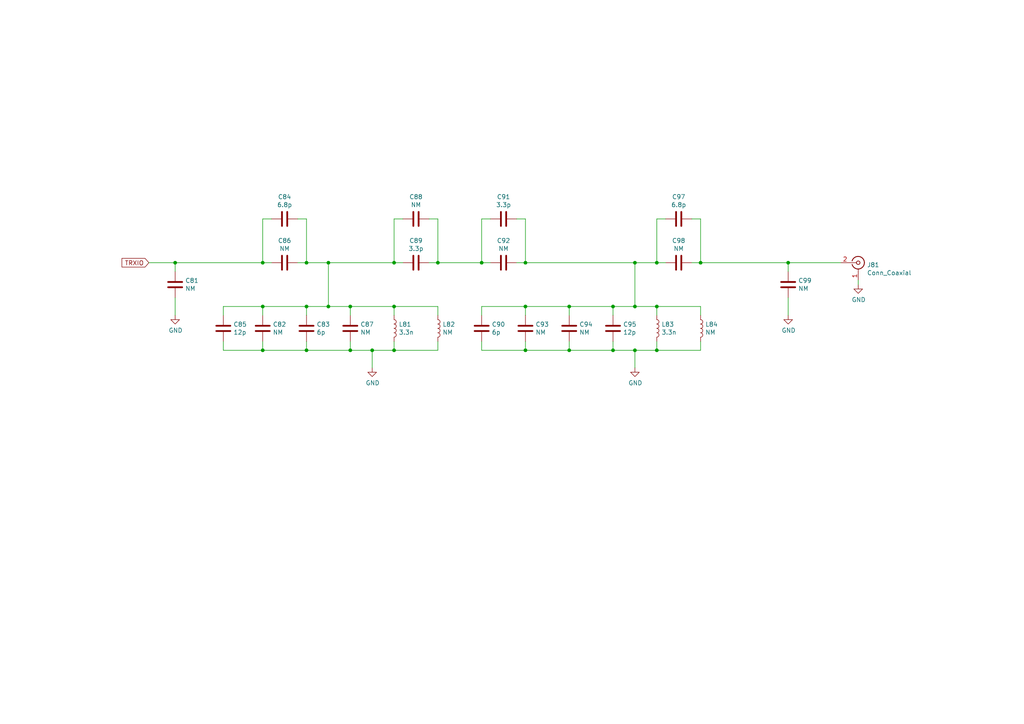
<source format=kicad_sch>
(kicad_sch (version 20211123) (generator eeschema)
  (paper "A4")
  (title_block (title "QRP-TNC") (date "2022-05-03") (company "PRUG"))
  (lib_symbols
    (symbol "Device:C" (pin_numbers hide) (pin_names (offset 0.254))
      (property "Reference" "C" (at 0.635 2.54 0))
      (property "Value" "C" (at 0.635 -2.54 0))
      (symbol "C_0_1"
        (polyline (pts (xy -2.032 -0.762) (xy 2.032 -0.762)) (stroke (width 0.508)))
        (polyline (pts (xy -2.032 0.762) (xy 2.032 0.762)) (stroke (width 0.508)))
      )
      (symbol "C_1_1"
        (pin passive line (at 0 3.81 270) (length 2.794) (name "~") (number "1"))
        (pin passive line (at 0 -3.81 90) (length 2.794) (name "~") (number "2"))
      )
    )
    (symbol "Device:L" (pin_numbers hide) (pin_names (offset 1.016) hide)
      (property "Reference" "L" (at -1.27 0 90))
      (property "Value" "L" (at 1.905 0 90))
      (symbol "L_0_1"
        (arc (start 0 -2.54) (mid 0.635 -1.905) (end 0 -1.27))
        (arc (start 0 -1.27) (mid 0.635 -0.635) (end 0 0))
        (arc (start 0 0) (mid 0.635 0.635) (end 0 1.27))
        (arc (start 0 1.27) (mid 0.635 1.905) (end 0 2.54))
      )
      (symbol "L_1_1"
        (pin passive line (at 0 3.81 270) (length 1.27) (name "1") (number "1"))
        (pin passive line (at 0 -3.81 90) (length 1.27) (name "2") (number "2"))
      )
    )
    (symbol "power:GND" (power) (pin_names (offset 0))
      (property "Value" "GND" (at 0 -3.81 0))
      (symbol "GND_0_1"
        (polyline (pts (xy 0 0) (xy 0 -1.27) (xy 1.27 -1.27) (xy 0 -2.54) (xy -1.27 -1.27) (xy 0 -1.27)))
      )
      (symbol "GND_1_1"
        (pin power_in line (at 0 0 270) (length 0) hide (name "GND") (number "1"))
      )
    )
    (symbol "usr_Library:Conn_Coaxial1" (pin_names (offset 1.016) hide)
      (property "Reference" "J" (at 0.254 3.048 0))
      (property "Value" "Conn_Coaxial1" (at 2.921 0 90))
      (symbol "Conn_Coaxial1_0_1"
        (arc (start -1.778 -0.508) (mid 0.222 -1.808) (end 1.778 0) (stroke (width 0.254)))
        (polyline (pts (xy -2.54 0) (xy -0.508 0)))
        (polyline (pts (xy 0 -2.54) (xy 0 -1.778)))
        (circle (center 0 0) (radius 0.508) (stroke (width 0.2032)))
        (arc (start 1.778 0) (mid 0.222 1.8083) (end -1.778 0.508) (stroke (width 0.254)))
      )
      (symbol "Conn_Coaxial1_1_1"
        (pin passive line (at 0 -5.08 90) (length 2.54) (name "G") (number "1"))
        (pin passive line (at -5.08 0 0) (length 2.54) (name "S") (number "2"))
      )
    )
  )
  (junction (at 139.7 76.2))
  (junction (at 184.15 101.6))
  (junction (at 127 76.2))
  (junction (at 88.9 88.9))
  (junction (at 165.1 88.9))
  (junction (at 184.15 76.2))
  (junction (at 76.2 76.2))
  (junction (at 76.2 101.6))
  (junction (at 101.6 101.6))
  (junction (at 228.6 76.2))
  (junction (at 95.25 76.2))
  (junction (at 114.3 88.9))
  (junction (at 114.3 76.2))
  (junction (at 165.1 101.6))
  (junction (at 177.8 88.9))
  (junction (at 114.3 101.6))
  (junction (at 152.4 101.6))
  (junction (at 190.5 101.6))
  (junction (at 101.6 88.9))
  (junction (at 203.2 76.2))
  (junction (at 190.5 76.2))
  (junction (at 184.15 88.9))
  (junction (at 152.4 88.9))
  (junction (at 88.9 101.6))
  (junction (at 152.4 76.2))
  (junction (at 50.8 76.2))
  (junction (at 95.25 88.9))
  (junction (at 76.2 88.9))
  (junction (at 88.9 76.2))
  (junction (at 177.8 101.6))
  (junction (at 190.5 88.9))
  (junction (at 107.95 101.6))
  (wire (pts (xy 50.8 76.2) (xy 76.2 76.2)))
  (wire (pts (xy 184.15 106.68) (xy 184.15 101.6)))
  (wire (pts (xy 64.77 91.44) (xy 64.77 88.9)))
  (wire (pts (xy 152.4 63.5) (xy 152.4 76.2)))
  (wire (pts (xy 165.1 101.6) (xy 177.8 101.6)))
  (wire (pts (xy 88.9 88.9) (xy 95.25 88.9)))
  (wire (pts (xy 228.6 78.74) (xy 228.6 76.2)))
  (wire (pts (xy 152.4 99.06) (xy 152.4 101.6)))
  (wire (pts (xy 88.9 101.6) (xy 101.6 101.6)))
  (wire (pts (xy 127 76.2) (xy 139.7 76.2)))
  (wire (pts (xy 190.5 99.06) (xy 190.5 101.6)))
  (wire (pts (xy 88.9 76.2) (xy 86.36 76.2)))
  (wire (pts (xy 101.6 99.06) (xy 101.6 101.6)))
  (wire (pts (xy 203.2 76.2) (xy 228.6 76.2)))
  (wire (pts (xy 50.8 76.2) (xy 43.18 76.2)))
  (wire (pts (xy 76.2 88.9) (xy 88.9 88.9)))
  (wire (pts (xy 127 63.5) (xy 127 76.2)))
  (wire (pts (xy 127 88.9) (xy 127 91.44)))
  (wire (pts (xy 139.7 76.2) (xy 142.24 76.2)))
  (wire (pts (xy 177.8 101.6) (xy 184.15 101.6)))
  (wire (pts (xy 152.4 76.2) (xy 149.86 76.2)))
  (wire (pts (xy 190.5 88.9) (xy 203.2 88.9)))
  (wire (pts (xy 190.5 88.9) (xy 184.15 88.9)))
  (wire (pts (xy 190.5 76.2) (xy 193.04 76.2)))
  (wire (pts (xy 149.86 63.5) (xy 152.4 63.5)))
  (wire (pts (xy 101.6 101.6) (xy 107.95 101.6)))
  (wire (pts (xy 127 101.6) (xy 127 99.06)))
  (wire (pts (xy 165.1 88.9) (xy 177.8 88.9)))
  (wire (pts (xy 200.66 63.5) (xy 203.2 63.5)))
  (wire (pts (xy 95.25 76.2) (xy 114.3 76.2)))
  (wire (pts (xy 64.77 88.9) (xy 76.2 88.9)))
  (wire (pts (xy 139.7 63.5) (xy 139.7 76.2)))
  (wire (pts (xy 114.3 99.06) (xy 114.3 101.6)))
  (wire (pts (xy 139.7 88.9) (xy 152.4 88.9)))
  (wire (pts (xy 114.3 76.2) (xy 116.84 76.2)))
  (wire (pts (xy 114.3 91.44) (xy 114.3 88.9)))
  (wire (pts (xy 50.8 76.2) (xy 50.8 78.74)))
  (wire (pts (xy 95.25 76.2) (xy 95.25 88.9)))
  (wire (pts (xy 124.46 63.5) (xy 127 63.5)))
  (wire (pts (xy 139.7 91.44) (xy 139.7 88.9)))
  (wire (pts (xy 248.92 81.28) (xy 248.92 82.55)))
  (wire (pts (xy 139.7 101.6) (xy 152.4 101.6)))
  (wire (pts (xy 190.5 101.6) (xy 203.2 101.6)))
  (wire (pts (xy 139.7 99.06) (xy 139.7 101.6)))
  (wire (pts (xy 190.5 76.2) (xy 184.15 76.2)))
  (wire (pts (xy 64.77 99.06) (xy 64.77 101.6)))
  (wire (pts (xy 228.6 86.36) (xy 228.6 91.44)))
  (wire (pts (xy 116.84 63.5) (xy 114.3 63.5)))
  (wire (pts (xy 50.8 86.36) (xy 50.8 91.44)))
  (wire (pts (xy 64.77 101.6) (xy 76.2 101.6)))
  (wire (pts (xy 177.8 91.44) (xy 177.8 88.9)))
  (wire (pts (xy 114.3 88.9) (xy 127 88.9)))
  (wire (pts (xy 76.2 101.6) (xy 88.9 101.6)))
  (wire (pts (xy 86.36 63.5) (xy 88.9 63.5)))
  (wire (pts (xy 76.2 76.2) (xy 78.74 76.2)))
  (wire (pts (xy 184.15 76.2) (xy 184.15 88.9)))
  (wire (pts (xy 152.4 88.9) (xy 165.1 88.9)))
  (wire (pts (xy 152.4 76.2) (xy 184.15 76.2)))
  (wire (pts (xy 101.6 91.44) (xy 101.6 88.9)))
  (wire (pts (xy 76.2 91.44) (xy 76.2 88.9)))
  (wire (pts (xy 95.25 88.9) (xy 101.6 88.9)))
  (wire (pts (xy 142.24 63.5) (xy 139.7 63.5)))
  (wire (pts (xy 114.3 63.5) (xy 114.3 76.2)))
  (wire (pts (xy 152.4 91.44) (xy 152.4 88.9)))
  (wire (pts (xy 165.1 88.9) (xy 165.1 91.44)))
  (wire (pts (xy 193.04 63.5) (xy 190.5 63.5)))
  (wire (pts (xy 101.6 88.9) (xy 114.3 88.9)))
  (wire (pts (xy 200.66 76.2) (xy 203.2 76.2)))
  (wire (pts (xy 88.9 99.06) (xy 88.9 101.6)))
  (wire (pts (xy 203.2 63.5) (xy 203.2 76.2)))
  (wire (pts (xy 177.8 99.06) (xy 177.8 101.6)))
  (wire (pts (xy 190.5 91.44) (xy 190.5 88.9)))
  (wire (pts (xy 165.1 99.06) (xy 165.1 101.6)))
  (wire (pts (xy 152.4 101.6) (xy 165.1 101.6)))
  (wire (pts (xy 124.46 76.2) (xy 127 76.2)))
  (wire (pts (xy 88.9 88.9) (xy 88.9 91.44)))
  (wire (pts (xy 190.5 63.5) (xy 190.5 76.2)))
  (wire (pts (xy 76.2 99.06) (xy 76.2 101.6)))
  (wire (pts (xy 203.2 88.9) (xy 203.2 91.44)))
  (wire (pts (xy 228.6 76.2) (xy 243.84 76.2)))
  (wire (pts (xy 88.9 63.5) (xy 88.9 76.2)))
  (wire (pts (xy 107.95 106.68) (xy 107.95 101.6)))
  (wire (pts (xy 177.8 88.9) (xy 184.15 88.9)))
  (wire (pts (xy 203.2 101.6) (xy 203.2 99.06)))
  (wire (pts (xy 114.3 101.6) (xy 127 101.6)))
  (wire (pts (xy 88.9 76.2) (xy 95.25 76.2)))
  (wire (pts (xy 78.74 63.5) (xy 76.2 63.5)))
  (wire (pts (xy 190.5 101.6) (xy 184.15 101.6)))
  (wire (pts (xy 76.2 63.5) (xy 76.2 76.2)))
  (wire (pts (xy 114.3 101.6) (xy 107.95 101.6)))
  (global_label "TRXIO" (shape input) (at 43.18 76.2 180) (property "Intersheet References" "${INTERSHEET_REFS}" (effects hide)))
  (symbol (lib_id "Device:C") (at 177.8 95.25 0) (unit 1)
    (property "Reference" "C95" (at 180.721 94.0816 0) (effects (justify left)))
    (property "Value" "12p" (at 180.721 96.393 0) (effects (justify left)))
    (property "Footprint" "digikey-footprints:0603" (effects hide))
  )
  (symbol (lib_id "Device:C") (at 146.05 63.5 90) (unit 1)
    (property "Reference" "C91" (at 146.05 57.0992 90))
    (property "Value" "3.3p" (at 146.05 59.4106 90))
    (property "Footprint" "digikey-footprints:0603" (effects hide))
  )
  (symbol (lib_id "Device:L") (at 190.5 95.25 0) (unit 1)
    (property "Reference" "L83" (at 191.8462 94.0816 0) (effects (justify left)))
    (property "Value" "3.3n" (at 191.8462 96.393 0) (effects (justify left)))
    (property "Footprint" "Inductor_SMD:L_0805_2012Metric_Pad1.15x1.40mm_HandSolder" (effects hide))
    (property "Datasheet" "digikey 0805CS-3N3EJTS" (effects hide))
  )
  (symbol (lib_id "Device:C") (at 165.1 95.25 0) (unit 1)
    (property "Reference" "C94" (at 168.021 94.0816 0) (effects (justify left)))
    (property "Value" "NM" (at 168.021 96.393 0) (effects (justify left)))
    (property "Footprint" "Capacitor_THT:C_Disc_D3.4mm_W2.1mm_P2.50mm" (effects hide))
  )
  (symbol (lib_id "Device:C") (at 152.4 95.25 0) (unit 1)
    (property "Reference" "C93" (at 155.321 94.0816 0) (effects (justify left)))
    (property "Value" "NM" (at 155.321 96.393 0) (effects (justify left)))
    (property "Footprint" "digikey-footprints:0603" (effects hide))
  )
  (symbol (lib_id "Device:L") (at 203.2 95.25 0) (unit 1)
    (property "Reference" "L84" (at 204.5462 94.0816 0) (effects (justify left)))
    (property "Value" "NM" (at 204.5462 96.393 0) (effects (justify left)))
    (property "Footprint" "Resistor_THT:R_Axial_DIN0204_L3.6mm_D1.6mm_P5.08mm_Horizontal" (effects hide))
  )
  (symbol (lib_id "Device:C") (at 146.05 76.2 90) (unit 1)
    (property "Reference" "C92" (at 146.05 69.7992 90))
    (property "Value" "NM" (at 146.05 72.1106 90))
    (property "Footprint" "Capacitor_THT:C_Disc_D3.4mm_W2.1mm_P2.50mm" (effects hide))
  )
  (symbol (lib_id "Device:C") (at 120.65 76.2 90) (unit 1)
    (property "Reference" "C89" (at 120.65 69.7992 90))
    (property "Value" "3.3p" (at 120.65 72.1106 90))
    (property "Footprint" "Capacitor_THT:C_Disc_D3.4mm_W2.1mm_P2.50mm" (effects hide))
  )
  (symbol (lib_id "Device:C") (at 101.6 95.25 0) (unit 1)
    (property "Reference" "C87" (at 104.521 94.0816 0) (effects (justify left)))
    (property "Value" "NM" (at 104.521 96.393 0) (effects (justify left)))
    (property "Footprint" "digikey-footprints:0603" (effects hide))
  )
  (symbol (lib_id "Device:L") (at 114.3 95.25 0) (unit 1)
    (property "Reference" "L81" (at 115.6462 94.0816 0) (effects (justify left)))
    (property "Value" "3.3n" (at 115.6462 96.393 0) (effects (justify left)))
    (property "Footprint" "Inductor_SMD:L_0805_2012Metric_Pad1.15x1.40mm_HandSolder" (effects hide))
    (property "Datasheet" "digikey 0805CS-3N3EJTS" (effects hide))
  )
  (symbol (lib_id "Device:C") (at 88.9 95.25 0) (unit 1)
    (property "Reference" "C83" (at 91.821 94.0816 0) (effects (justify left)))
    (property "Value" "6p" (at 91.821 96.393 0) (effects (justify left)))
    (property "Footprint" "Capacitor_THT:C_Disc_D3.4mm_W2.1mm_P2.50mm" (effects hide))
  )
  (symbol (lib_id "Device:C") (at 76.2 95.25 0) (unit 1)
    (property "Reference" "C82" (at 79.121 94.0816 0) (effects (justify left)))
    (property "Value" "NM" (at 79.121 96.393 0) (effects (justify left)))
    (property "Footprint" "digikey-footprints:0603" (effects hide))
  )
  (symbol (lib_id "Device:L") (at 127 95.25 0) (unit 1)
    (property "Reference" "L82" (at 128.3462 94.0816 0) (effects (justify left)))
    (property "Value" "NM" (at 128.3462 96.393 0) (effects (justify left)))
    (property "Footprint" "Resistor_THT:R_Axial_DIN0204_L3.6mm_D1.6mm_P5.08mm_Horizontal" (effects hide))
  )
  (symbol (lib_id "Device:C") (at 82.55 76.2 90) (unit 1)
    (property "Reference" "C86" (at 82.55 69.7992 90))
    (property "Value" "NM" (at 82.55 72.1106 90))
    (property "Footprint" "Capacitor_THT:C_Disc_D3.4mm_W2.1mm_P2.50mm" (effects hide))
  )
  (symbol (lib_id "Device:C") (at 196.85 63.5 90) (unit 1)
    (property "Reference" "C97" (at 196.85 57.0992 90))
    (property "Value" "6.8p" (at 196.85 59.4106 90))
    (property "Footprint" "digikey-footprints:0603" (effects hide))
  )
  (symbol (lib_id "Device:C") (at 196.85 76.2 90) (unit 1)
    (property "Reference" "C98" (at 196.85 69.7992 90))
    (property "Value" "NM" (at 196.85 72.1106 90))
    (property "Footprint" "Capacitor_THT:C_Disc_D3.4mm_W2.1mm_P2.50mm" (effects hide))
  )
  (symbol (lib_id "power:GND") (at 107.95 106.68 0) (unit 1)
    (property "Reference" "#PWR082" (effects hide))
    (property "Value" "GND" (at 108.077 111.0742 0))
  )
  (symbol (lib_id "power:GND") (at 184.15 106.68 0) (unit 1)
    (property "Reference" "#PWR083" (effects hide))
    (property "Value" "GND" (at 184.277 111.0742 0))
  )
  (symbol (lib_id "Device:C") (at 50.8 82.55 0) (unit 1)
    (property "Reference" "C81" (at 53.721 81.3816 0) (effects (justify left)))
    (property "Value" "NM" (at 53.721 83.693 0) (effects (justify left)))
    (property "Footprint" "Capacitor_THT:C_Disc_D3.4mm_W2.1mm_P2.50mm" (effects hide))
  )
  (symbol (lib_id "power:GND") (at 50.8 91.44 0) (unit 1)
    (property "Reference" "#PWR081" (effects hide))
    (property "Value" "GND" (at 50.927 95.8342 0))
  )
  (symbol (lib_id "Device:C") (at 228.6 82.55 0) (unit 1)
    (property "Reference" "C99" (at 231.521 81.3816 0) (effects (justify left)))
    (property "Value" "NM" (at 231.521 83.693 0) (effects (justify left)))
    (property "Footprint" "Capacitor_THT:C_Disc_D3.4mm_W2.1mm_P2.50mm" (effects hide))
  )
  (symbol (lib_id "power:GND") (at 228.6 91.44 0) (unit 1)
    (property "Reference" "#PWR084" (effects hide))
    (property "Value" "GND" (at 228.727 95.8342 0))
  )
  (symbol (lib_id "Device:C") (at 120.65 63.5 90) (unit 1)
    (property "Reference" "C88" (at 120.65 57.0992 90))
    (property "Value" "NM" (at 120.65 59.4106 90))
    (property "Footprint" "digikey-footprints:0603" (effects hide))
  )
  (symbol (lib_id "Device:C") (at 82.55 63.5 90) (unit 1)
    (property "Reference" "C84" (at 82.55 57.0992 90))
    (property "Value" "6.8p" (at 82.55 59.4106 90))
    (property "Footprint" "digikey-footprints:0603" (effects hide))
  )
  (symbol (lib_id "usr_Library:Conn_Coaxial1") (at 248.92 76.2 0) (unit 1)
    (property "Reference" "J81" (at 251.46 76.835 0) (effects (justify left)))
    (property "Value" "Conn_Coaxial" (at 251.46 79.1464 0) (effects (justify left)))
    (property "Footprint" "digikey-footprints:RF_SMA_Vertical_5-1814832-1" (effects hide))
    (property "Datasheet" "C-01422" (effects hide))
  )
  (symbol (lib_id "power:GND") (at 248.92 82.55 0) (unit 1)
    (property "Reference" "#PWR085" (effects hide))
    (property "Value" "GND" (at 249.047 86.9442 0))
  )
  (symbol (lib_id "Device:C") (at 64.77 95.25 0) (unit 1)
    (property "Reference" "C85" (at 67.691 94.0816 0) (effects (justify left)))
    (property "Value" "12p" (at 67.691 96.393 0) (effects (justify left)))
    (property "Footprint" "Capacitor_THT:C_Disc_D3.4mm_W2.1mm_P2.50mm" (effects hide))
  )
  (symbol (lib_id "Device:C") (at 139.7 95.25 0) (unit 1)
    (property "Reference" "C90" (at 142.621 94.0816 0) (effects (justify left)))
    (property "Value" "6p" (at 142.621 96.393 0) (effects (justify left)))
    (property "Footprint" "Capacitor_THT:C_Disc_D3.4mm_W2.1mm_P2.50mm" (effects hide))
  )
)
</source>
